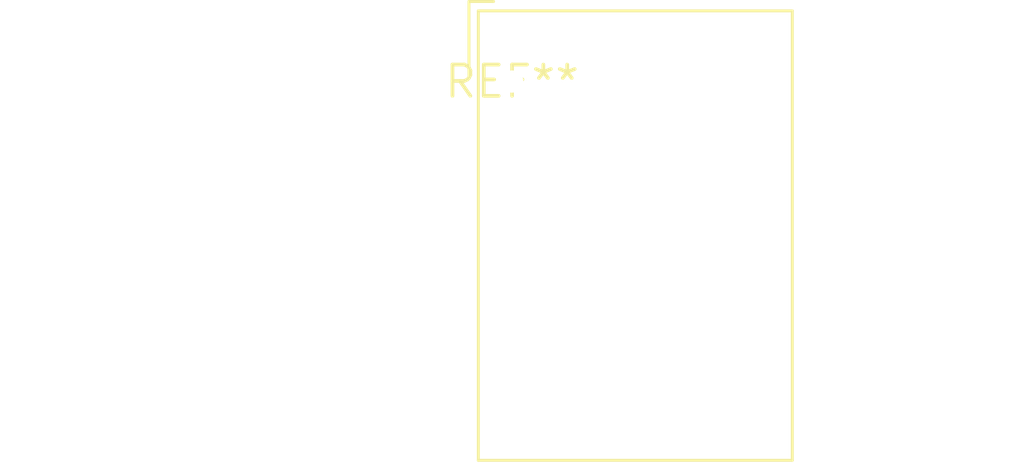
<source format=kicad_pcb>
(kicad_pcb (version 20240108) (generator pcbnew)
  (layers (0 "F.Cu" signal) (31 "B.Cu" signal) (34 "B.Paste" user) (35 "F.Paste" user) (36 "B.SilkS" user "B.Silkscreen") (37 "F.SilkS" user "F.Silkscreen") (38 "B.Mask" user) (39 "F.Mask" user) (44 "Edge.Cuts" user))
  (net 0 "")
  (footprint "Choke_Schaffner_RN218-04-12.5x18.0mm" (layer "F.Cu") (at 0 0)
    (property "Reference" "REF**")
    (property "Value" "Choke_Schaffner_RN218-04-12.5x18.0mm")
    (fp_line (start -1.75 -3.25) (end -1.75 -0.25) (layer "F.SilkS") (stroke (width 0.12)))
    (fp_line (start -1.75 -3.25) (end -0.75 -3.25) (layer "F.SilkS") (stroke (width 0.12)))
    (fp_line (start -1.37 -2.87) (end 11.37 -2.87) (layer "F.SilkS") (stroke (width 0.12)))
    (fp_line (start -1.37 15.37) (end -1.37 -2.87) (layer "F.SilkS") (stroke (width 0.12)))
    (fp_line (start 11.37 -2.87) (end 11.37 15.37) (layer "F.SilkS") (stroke (width 0.12)))
    (fp_line (start 11.37 15.37) (end -1.37 15.37) (layer "F.SilkS") (stroke (width 0.12)))
    (pad "1" thru_hole rect (at 0 0) (size 2 2) (drill 0.9) (layers *.Cu *.Mask) (remove_unused_layers))
    (pad "2" thru_hole circle (at 10 0) (size 2 2) (drill 0.9) (layers *.Cu *.Mask) (remove_unused_layers))
    (pad "3" thru_hole circle (at 0 12.5) (size 2 2) (drill 0.9) (layers *.Cu *.Mask) (remove_unused_layers))
    (pad "4" thru_hole circle (at 10 12.5) (size 2 2) (drill 0.9) (layers *.Cu *.Mask) (remove_unused_layers))
  )
)
</source>
